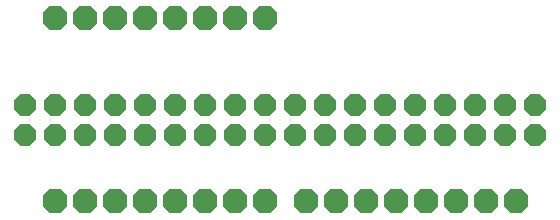
<source format=gts>
G75*
%MOIN*%
%OFA0B0*%
%FSLAX25Y25*%
%IPPOS*%
%LPD*%
%AMOC8*
5,1,8,0,0,1.08239X$1,22.5*
%
%ADD10OC8,0.07200*%
%ADD11OC8,0.08200*%
D10*
X0011013Y0033670D03*
X0021013Y0033670D03*
X0031013Y0033670D03*
X0041013Y0033670D03*
X0051013Y0033670D03*
X0061013Y0033670D03*
X0071013Y0033670D03*
X0081013Y0033670D03*
X0091013Y0033670D03*
X0101013Y0033670D03*
X0111013Y0033670D03*
X0121013Y0033670D03*
X0131013Y0033670D03*
X0141013Y0033670D03*
X0151013Y0033670D03*
X0161013Y0033670D03*
X0171013Y0033670D03*
X0181013Y0033670D03*
X0181013Y0043670D03*
X0171013Y0043670D03*
X0161013Y0043670D03*
X0151013Y0043670D03*
X0141013Y0043670D03*
X0131013Y0043670D03*
X0121013Y0043670D03*
X0111013Y0043670D03*
X0101013Y0043670D03*
X0091013Y0043670D03*
X0081013Y0043670D03*
X0071013Y0043670D03*
X0061013Y0043670D03*
X0051013Y0043670D03*
X0041013Y0043670D03*
X0031013Y0043670D03*
X0021013Y0043670D03*
X0011013Y0043670D03*
D11*
X0021013Y0011595D03*
X0031013Y0011595D03*
X0041013Y0011595D03*
X0051013Y0011595D03*
X0061013Y0011595D03*
X0071013Y0011595D03*
X0081013Y0011595D03*
X0091013Y0011595D03*
X0104517Y0011643D03*
X0114517Y0011643D03*
X0124517Y0011643D03*
X0134517Y0011643D03*
X0144517Y0011643D03*
X0154517Y0011643D03*
X0164517Y0011643D03*
X0174517Y0011643D03*
X0091013Y0072725D03*
X0081013Y0072725D03*
X0071013Y0072725D03*
X0061013Y0072725D03*
X0051013Y0072725D03*
X0041013Y0072725D03*
X0031013Y0072725D03*
X0021013Y0072725D03*
M02*

</source>
